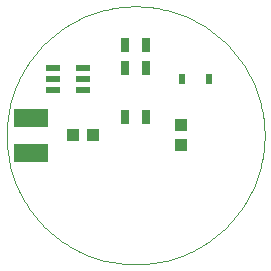
<source format=gbp>
G75*
%MOIN*%
%OFA0B0*%
%FSLAX25Y25*%
%IPPOS*%
%LPD*%
%AMOC8*
5,1,8,0,0,1.08239X$1,22.5*
%
%ADD10C,0.00100*%
%ADD11R,0.11811X0.06299*%
%ADD12R,0.04724X0.02165*%
%ADD13R,0.03150X0.04724*%
%ADD14R,0.03937X0.04331*%
%ADD15R,0.02480X0.03268*%
%ADD16R,0.04331X0.03937*%
D10*
X0001715Y0044050D02*
X0001728Y0045105D01*
X0001767Y0046160D01*
X0001832Y0047213D01*
X0001922Y0048265D01*
X0002038Y0049314D01*
X0002180Y0050359D01*
X0002348Y0051401D01*
X0002541Y0052439D01*
X0002760Y0053471D01*
X0003004Y0054498D01*
X0003273Y0055519D01*
X0003567Y0056532D01*
X0003885Y0057538D01*
X0004229Y0058536D01*
X0004596Y0059525D01*
X0004988Y0060505D01*
X0005404Y0061475D01*
X0005843Y0062435D01*
X0006306Y0063383D01*
X0006792Y0064320D01*
X0007301Y0065245D01*
X0007833Y0066156D01*
X0008386Y0067055D01*
X0008962Y0067940D01*
X0009559Y0068810D01*
X0010177Y0069665D01*
X0010816Y0070505D01*
X0011476Y0071329D01*
X0012155Y0072136D01*
X0012854Y0072927D01*
X0013572Y0073700D01*
X0014309Y0074456D01*
X0015065Y0075193D01*
X0015838Y0075911D01*
X0016629Y0076610D01*
X0017436Y0077289D01*
X0018260Y0077949D01*
X0019100Y0078588D01*
X0019955Y0079206D01*
X0020825Y0079803D01*
X0021710Y0080379D01*
X0022609Y0080932D01*
X0023520Y0081464D01*
X0024445Y0081973D01*
X0025382Y0082459D01*
X0026330Y0082922D01*
X0027290Y0083361D01*
X0028260Y0083777D01*
X0029240Y0084169D01*
X0030229Y0084536D01*
X0031227Y0084880D01*
X0032233Y0085198D01*
X0033246Y0085492D01*
X0034267Y0085761D01*
X0035294Y0086005D01*
X0036326Y0086224D01*
X0037364Y0086417D01*
X0038406Y0086585D01*
X0039451Y0086727D01*
X0040500Y0086843D01*
X0041552Y0086933D01*
X0042605Y0086998D01*
X0043660Y0087037D01*
X0044715Y0087050D01*
X0045770Y0087037D01*
X0046825Y0086998D01*
X0047878Y0086933D01*
X0048930Y0086843D01*
X0049979Y0086727D01*
X0051024Y0086585D01*
X0052066Y0086417D01*
X0053104Y0086224D01*
X0054136Y0086005D01*
X0055163Y0085761D01*
X0056184Y0085492D01*
X0057197Y0085198D01*
X0058203Y0084880D01*
X0059201Y0084536D01*
X0060190Y0084169D01*
X0061170Y0083777D01*
X0062140Y0083361D01*
X0063100Y0082922D01*
X0064048Y0082459D01*
X0064985Y0081973D01*
X0065910Y0081464D01*
X0066821Y0080932D01*
X0067720Y0080379D01*
X0068605Y0079803D01*
X0069475Y0079206D01*
X0070330Y0078588D01*
X0071170Y0077949D01*
X0071994Y0077289D01*
X0072801Y0076610D01*
X0073592Y0075911D01*
X0074365Y0075193D01*
X0075121Y0074456D01*
X0075858Y0073700D01*
X0076576Y0072927D01*
X0077275Y0072136D01*
X0077954Y0071329D01*
X0078614Y0070505D01*
X0079253Y0069665D01*
X0079871Y0068810D01*
X0080468Y0067940D01*
X0081044Y0067055D01*
X0081597Y0066156D01*
X0082129Y0065245D01*
X0082638Y0064320D01*
X0083124Y0063383D01*
X0083587Y0062435D01*
X0084026Y0061475D01*
X0084442Y0060505D01*
X0084834Y0059525D01*
X0085201Y0058536D01*
X0085545Y0057538D01*
X0085863Y0056532D01*
X0086157Y0055519D01*
X0086426Y0054498D01*
X0086670Y0053471D01*
X0086889Y0052439D01*
X0087082Y0051401D01*
X0087250Y0050359D01*
X0087392Y0049314D01*
X0087508Y0048265D01*
X0087598Y0047213D01*
X0087663Y0046160D01*
X0087702Y0045105D01*
X0087715Y0044050D01*
X0087702Y0042995D01*
X0087663Y0041940D01*
X0087598Y0040887D01*
X0087508Y0039835D01*
X0087392Y0038786D01*
X0087250Y0037741D01*
X0087082Y0036699D01*
X0086889Y0035661D01*
X0086670Y0034629D01*
X0086426Y0033602D01*
X0086157Y0032581D01*
X0085863Y0031568D01*
X0085545Y0030562D01*
X0085201Y0029564D01*
X0084834Y0028575D01*
X0084442Y0027595D01*
X0084026Y0026625D01*
X0083587Y0025665D01*
X0083124Y0024717D01*
X0082638Y0023780D01*
X0082129Y0022855D01*
X0081597Y0021944D01*
X0081044Y0021045D01*
X0080468Y0020160D01*
X0079871Y0019290D01*
X0079253Y0018435D01*
X0078614Y0017595D01*
X0077954Y0016771D01*
X0077275Y0015964D01*
X0076576Y0015173D01*
X0075858Y0014400D01*
X0075121Y0013644D01*
X0074365Y0012907D01*
X0073592Y0012189D01*
X0072801Y0011490D01*
X0071994Y0010811D01*
X0071170Y0010151D01*
X0070330Y0009512D01*
X0069475Y0008894D01*
X0068605Y0008297D01*
X0067720Y0007721D01*
X0066821Y0007168D01*
X0065910Y0006636D01*
X0064985Y0006127D01*
X0064048Y0005641D01*
X0063100Y0005178D01*
X0062140Y0004739D01*
X0061170Y0004323D01*
X0060190Y0003931D01*
X0059201Y0003564D01*
X0058203Y0003220D01*
X0057197Y0002902D01*
X0056184Y0002608D01*
X0055163Y0002339D01*
X0054136Y0002095D01*
X0053104Y0001876D01*
X0052066Y0001683D01*
X0051024Y0001515D01*
X0049979Y0001373D01*
X0048930Y0001257D01*
X0047878Y0001167D01*
X0046825Y0001102D01*
X0045770Y0001063D01*
X0044715Y0001050D01*
X0043660Y0001063D01*
X0042605Y0001102D01*
X0041552Y0001167D01*
X0040500Y0001257D01*
X0039451Y0001373D01*
X0038406Y0001515D01*
X0037364Y0001683D01*
X0036326Y0001876D01*
X0035294Y0002095D01*
X0034267Y0002339D01*
X0033246Y0002608D01*
X0032233Y0002902D01*
X0031227Y0003220D01*
X0030229Y0003564D01*
X0029240Y0003931D01*
X0028260Y0004323D01*
X0027290Y0004739D01*
X0026330Y0005178D01*
X0025382Y0005641D01*
X0024445Y0006127D01*
X0023520Y0006636D01*
X0022609Y0007168D01*
X0021710Y0007721D01*
X0020825Y0008297D01*
X0019955Y0008894D01*
X0019100Y0009512D01*
X0018260Y0010151D01*
X0017436Y0010811D01*
X0016629Y0011490D01*
X0015838Y0012189D01*
X0015065Y0012907D01*
X0014309Y0013644D01*
X0013572Y0014400D01*
X0012854Y0015173D01*
X0012155Y0015964D01*
X0011476Y0016771D01*
X0010816Y0017595D01*
X0010177Y0018435D01*
X0009559Y0019290D01*
X0008962Y0020160D01*
X0008386Y0021045D01*
X0007833Y0021944D01*
X0007301Y0022855D01*
X0006792Y0023780D01*
X0006306Y0024717D01*
X0005843Y0025665D01*
X0005404Y0026625D01*
X0004988Y0027595D01*
X0004596Y0028575D01*
X0004229Y0029564D01*
X0003885Y0030562D01*
X0003567Y0031568D01*
X0003273Y0032581D01*
X0003004Y0033602D01*
X0002760Y0034629D01*
X0002541Y0035661D01*
X0002348Y0036699D01*
X0002180Y0037741D01*
X0002038Y0038786D01*
X0001922Y0039835D01*
X0001832Y0040887D01*
X0001767Y0041940D01*
X0001728Y0042995D01*
X0001715Y0044050D01*
D11*
X0009715Y0038341D03*
X0009715Y0049759D03*
D12*
X0017096Y0059060D03*
X0017096Y0062800D03*
X0017096Y0066540D03*
X0027333Y0066540D03*
X0027333Y0062800D03*
X0027333Y0059060D03*
D13*
X0041171Y0066550D03*
X0048258Y0066550D03*
X0048258Y0074050D03*
X0041171Y0074050D03*
X0041171Y0050300D03*
X0048258Y0050300D03*
D14*
X0059715Y0047396D03*
X0059715Y0040704D03*
D15*
X0060187Y0062800D03*
X0069242Y0062800D03*
D16*
X0030561Y0044050D03*
X0023868Y0044050D03*
M02*

</source>
